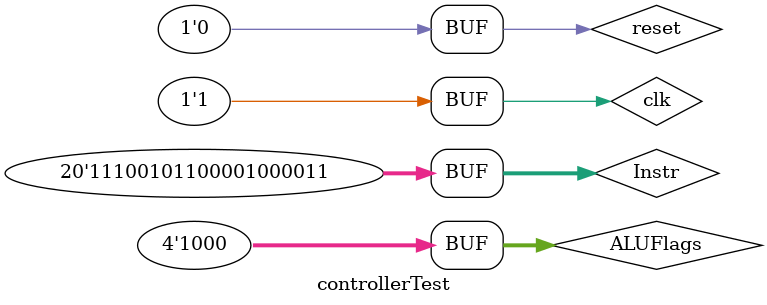
<source format=sv>
/*
	Instr[31:28] -> Condition (Cond)
	Instr[27:26] -> Operation Code (Op)
	Instr[25:20] -> Function (Funct)
	Instr[15:12] -> Rd
	
	
	RegSrc[1]->  Selector del MUX de RA2| RegSrc[0]-> Selector del MUX de RA1
	
*/


/*
	----------------- Algunos codigos maquinas -----------------
	
	Instrucción: MVN R5,R2 - Not
 
	Codigo Maquina:
	1110_00_011110_0000_0101_0000_0000_0010
	E1E05002

	Cond: 1110 -> Incondicional
	Op: 00 -> DP - Inst
	Funct: 0_1111_0 -> I: 0 | cmd: 1111 | S: 0
	Rn: 0000 
	Rd: 0101  -> R5
	Scr2: 0000_0000_0010 -> R2

	El NOT se le aplica al operando de SrcB
	-------------------------------------------------------------

	Instrucción: EOR R2,R2,R3
 
	Codigo Maquina:
	1110_00_000010_0010_0010_0000_0000_0011
	E0222003
	
	Cond: 1110 -> Incondicional
	Op: 00 -> DP-Inst
	Funct: 0_0001_0 -> I: 0 | cmd: 0001 | S: 0
	Rn: 0010 -> R2
	Rd: 0010 -> R2
	Scr2: 0000_0000_0011 -> R3
	
*/


module controllerTest();

	logic clk,reset;
	logic [31:12] Instr;
	logic [3:0] ALUFlags; //NZCV
						
	logic [1:0] RegSrc; 
	logic RegWrite;
	logic [1:0] ImmSrc;
	logic ALUSrc;
	logic [1:0] ALUControl;
	logic MemWrite, MemtoReg;
	logic PCSrc;
	
	controller ctllr(clk, reset, Instr, ALUFlags, 
						  RegSrc, RegWrite, ImmSrc, ALUSrc, ALUControl, MemWrite, MemtoReg, PCSrc);


	
	//Creacion de un reloj
	always begin
		clk = 0; #5; clk=~clk; #5;
	end
		
	
	initial begin
	
		reset = 1; #1; reset = 0; #4; //Se resetea los registros que permiten o no la actualizacion de los flags.
		
	// Ejemplo 1
		Instr = 20'hE04F0; #10; // SUB R0, R15, R15 ; R0 = 0
		
		Instr = 20'hE2801; #10; // ADD R1, R0, #2 ; R1 = 2
		
		Instr = 20'hE2802; #10; // ADD R2, R0, #5 ; R2 = 5
		
		Instr = 20'hE2804; #10; // ADD R4, R0, #0x00
		
		Instr = 20'hE0519; #5;  // SUBS R9, R1,R2
		ALUFlags = 4'b1000; #5; // NZCV 
		
		Instr = 20'hDA000; #10;  // BLE R2ESMAYOR 
		
		Instr = 20'hE0413; #10;  // SUB R3,R1, R2   		
		Instr = 20'hEA000; #10;  // B FIN		   
		Instr = 20'hE0813; #10;  // ADD R3, R1, R2  
		Instr = 20'hE5843; #10;  // STR R3, [R4]		
		
		
	end
	
						  
endmodule
</source>
